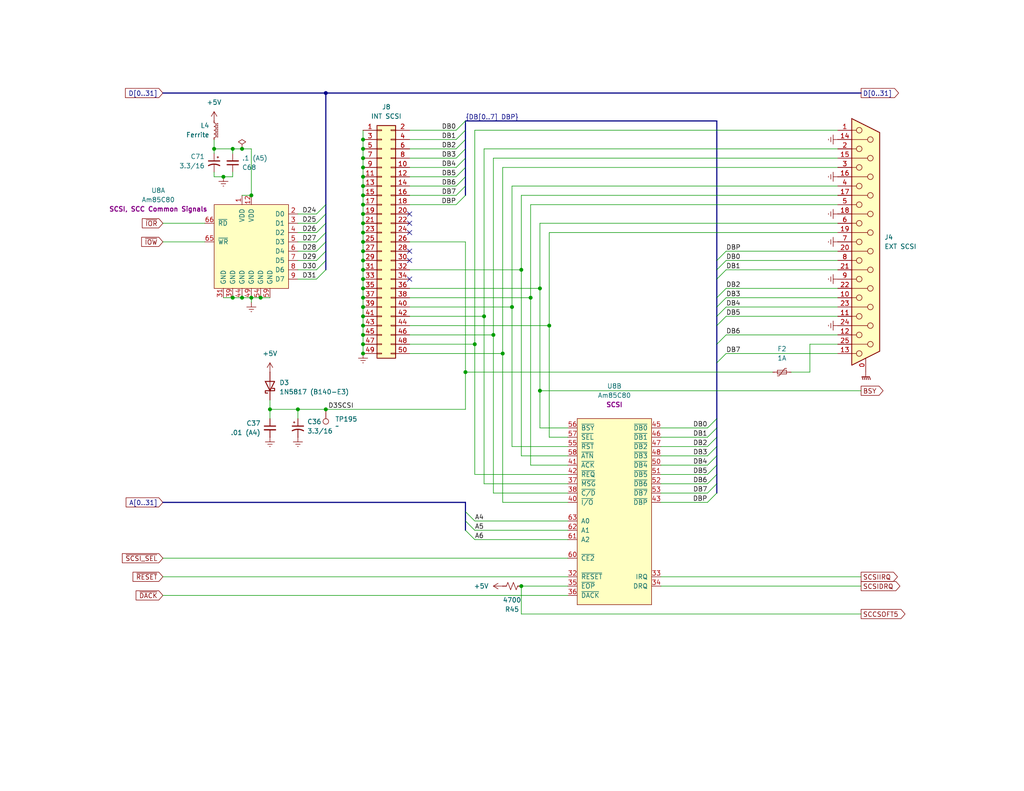
<source format=kicad_sch>
(kicad_sch (version 20250114) (generator "eeschema") (generator_version "9.0")
  (paper "USLetter")
  (title_block (title "Macintosh Classic II Revision B") (date "2025-06-04") (company "Apple Computer") (comment 1 "drawn by Bradley Bell"))
  (lib_symbols
    (symbol "Connector:DB25_Socket_MountingHoles" (pin_names (offset 1.016) (hide yes))
      (property "Reference" "J" (at 0 36.83 0))
      (property "Value" "DB25_Socket_MountingHoles" (at 0 34.925 0))
      (symbol "DB25_Socket_MountingHoles_0_1"
        (polyline (pts (xy -3.81 33.655) (xy 3.81 29.845) (xy 3.81 -29.845) (xy -3.81 -33.655) (xy -3.81 33.655)) (stroke (width 0.254)) (fill (type background)))
        (polyline (pts (xy -3.81 30.48) (xy -2.54 30.48)))
        (polyline (pts (xy -3.81 27.94) (xy 0.508 27.94)))
        (polyline (pts (xy -3.81 25.4) (xy -2.54 25.4)))
        (polyline (pts (xy -3.81 22.86) (xy 0.508 22.86)))
        (polyline (pts (xy -3.81 20.32) (xy -2.54 20.32)))
        (polyline (pts (xy -3.81 17.78) (xy 0.508 17.78)))
        (polyline (pts (xy -3.81 15.24) (xy -2.54 15.24)))
        (polyline (pts (xy -3.81 12.7) (xy 0.508 12.7)))
        (polyline (pts (xy -3.81 10.16) (xy -2.54 10.16)))
        (polyline (pts (xy -3.81 7.62) (xy 0.508 7.62)))
        (polyline (pts (xy -3.81 5.08) (xy -2.54 5.08)))
        (polyline (pts (xy -3.81 2.54) (xy 0.508 2.54)))
        (polyline (pts (xy -3.81 0) (xy -2.54 0)))
        (polyline (pts (xy -3.81 -2.54) (xy 0.508 -2.54)))
        (polyline (pts (xy -3.81 -5.08) (xy -2.54 -5.08)))
        (polyline (pts (xy -3.81 -7.62) (xy 0.508 -7.62)))
        (polyline (pts (xy -3.81 -10.16) (xy -2.54 -10.16)))
        (polyline (pts (xy -3.81 -12.7) (xy 0.508 -12.7)))
        (polyline (pts (xy -3.81 -15.24) (xy -2.54 -15.24)))
        (polyline (pts (xy -3.81 -17.78) (xy 0.508 -17.78)))
        (polyline (pts (xy -3.81 -20.32) (xy -2.54 -20.32)))
        (polyline (pts (xy -3.81 -22.86) (xy 0.508 -22.86)))
        (polyline (pts (xy -3.81 -25.4) (xy -2.54 -25.4)))
        (polyline (pts (xy -3.81 -27.94) (xy 0.508 -27.94)))
        (polyline (pts (xy -3.81 -30.48) (xy -2.54 -30.48)))
        (circle (center -1.778 30.48) (radius 0.762))
        (circle (center -1.778 25.4) (radius 0.762))
        (circle (center -1.778 20.32) (radius 0.762))
        (circle (center -1.778 15.24) (radius 0.762))
        (circle (center -1.778 10.16) (radius 0.762))
        (circle (center -1.778 5.08) (radius 0.762))
        (circle (center -1.778 0) (radius 0.762))
        (circle (center -1.778 -5.08) (radius 0.762))
        (circle (center -1.778 -10.16) (radius 0.762))
        (circle (center -1.778 -15.24) (radius 0.762))
        (circle (center -1.778 -20.32) (radius 0.762))
        (circle (center -1.778 -25.4) (radius 0.762))
        (circle (center -1.778 -30.48) (radius 0.762))
        (circle (center 1.27 27.94) (radius 0.762))
        (circle (center 1.27 22.86) (radius 0.762))
        (circle (center 1.27 17.78) (radius 0.762))
        (circle (center 1.27 12.7) (radius 0.762))
        (circle (center 1.27 7.62) (radius 0.762))
        (circle (center 1.27 2.54) (radius 0.762))
        (circle (center 1.27 -2.54) (radius 0.762))
        (circle (center 1.27 -7.62) (radius 0.762))
        (circle (center 1.27 -12.7) (radius 0.762))
        (circle (center 1.27 -17.78) (radius 0.762))
        (circle (center 1.27 -22.86) (radius 0.762))
        (circle (center 1.27 -27.94) (radius 0.762))
      )
      (symbol "DB25_Socket_MountingHoles_1_1"
        (pin passive line (at -7.62 30.48 0) (length 3.81) (name "1") (number "1"))
        (pin passive line (at -7.62 27.94 0) (length 3.81) (name "P14") (number "14"))
        (pin passive line (at -7.62 25.4 0) (length 3.81) (name "2") (number "2"))
        (pin passive line (at -7.62 22.86 0) (length 3.81) (name "P15") (number "15"))
        (pin passive line (at -7.62 20.32 0) (length 3.81) (name "3") (number "3"))
        (pin passive line (at -7.62 17.78 0) (length 3.81) (name "P16") (number "16"))
        (pin passive line (at -7.62 15.24 0) (length 3.81) (name "4") (number "4"))
        (pin passive line (at -7.62 12.7 0) (length 3.81) (name "P17") (number "17"))
        (pin passive line (at -7.62 10.16 0) (length 3.81) (name "5") (number "5"))
        (pin passive line (at -7.62 7.62 0) (length 3.81) (name "P18") (number "18"))
        (pin passive line (at -7.62 5.08 0) (length 3.81) (name "6") (number "6"))
        (pin passive line (at -7.62 2.54 0) (length 3.81) (name "P19") (number "19"))
        (pin passive line (at -7.62 0 0) (length 3.81) (name "7") (number "7"))
        (pin passive line (at -7.62 -2.54 0) (length 3.81) (name "P20") (number "20"))
        (pin passive line (at -7.62 -5.08 0) (length 3.81) (name "8") (number "8"))
        (pin passive line (at -7.62 -7.62 0) (length 3.81) (name "P21") (number "21"))
        (pin passive line (at -7.62 -10.16 0) (length 3.81) (name "9") (number "9"))
        (pin passive line (at -7.62 -12.7 0) (length 3.81) (name "P22") (number "22"))
        (pin passive line (at -7.62 -15.24 0) (length 3.81) (name "10") (number "10"))
        (pin passive line (at -7.62 -17.78 0) (length 3.81) (name "P23") (number "23"))
        (pin passive line (at -7.62 -20.32 0) (length 3.81) (name "11") (number "11"))
        (pin passive line (at -7.62 -22.86 0) (length 3.81) (name "P24") (number "24"))
        (pin passive line (at -7.62 -25.4 0) (length 3.81) (name "12") (number "12"))
        (pin passive line (at -7.62 -27.94 0) (length 3.81) (name "P25") (number "25"))
        (pin passive line (at -7.62 -30.48 0) (length 3.81) (name "13") (number "13"))
        (pin passive line (at 0 -35.56 90) (length 3.81) (name "PAD") (number "0"))
      )
    )
    (symbol "Connector:TestPoint" (pin_numbers (hide yes)) (pin_names (offset 0.762) (hide yes))
      (property "Reference" "TP" (at 0 6.858 0))
      (property "Value" "TestPoint" (at 0 5.08 0))
      (symbol "TestPoint_0_1"
        (circle (center 0 3.302) (radius 0.762))
      )
      (symbol "TestPoint_1_1"
        (pin passive line (at 0 0 90) (length 2.54) (name "1") (number "1"))
      )
    )
    (symbol "Connector_Generic:Conn_02x25_Odd_Even" (pin_names (offset 1.016) (hide yes))
      (property "Reference" "J" (at 1.27 33.02 0))
      (property "Value" "Conn_02x25_Odd_Even" (at 1.27 -33.02 0))
      (symbol "Conn_02x25_Odd_Even_1_1"
        (rectangle (start -1.27 31.75) (end 3.81 -31.75) (stroke (width 0.254)) (fill (type background)))
        (rectangle (start -1.27 30.607) (end 0 30.353) (stroke (width 0.1524)))
        (rectangle (start -1.27 28.067) (end 0 27.813) (stroke (width 0.1524)))
        (rectangle (start -1.27 25.527) (end 0 25.273) (stroke (width 0.1524)))
        (rectangle (start -1.27 22.987) (end 0 22.733) (stroke (width 0.1524)))
        (rectangle (start -1.27 20.447) (end 0 20.193) (stroke (width 0.1524)))
        (rectangle (start -1.27 17.907) (end 0 17.653) (stroke (width 0.1524)))
        (rectangle (start -1.27 15.367) (end 0 15.113) (stroke (width 0.1524)))
        (rectangle (start -1.27 12.827) (end 0 12.573) (stroke (width 0.1524)))
        (rectangle (start -1.27 10.287) (end 0 10.033) (stroke (width 0.1524)))
        (rectangle (start -1.27 7.747) (end 0 7.493) (stroke (width 0.1524)))
        (rectangle (start -1.27 5.207) (end 0 4.953) (stroke (width 0.1524)))
        (rectangle (start -1.27 2.667) (end 0 2.413) (stroke (width 0.1524)))
        (rectangle (start -1.27 0.127) (end 0 -0.127) (stroke (width 0.1524)))
        (rectangle (start -1.27 -2.413) (end 0 -2.667) (stroke (width 0.1524)))
        (rectangle (start -1.27 -4.953) (end 0 -5.207) (stroke (width 0.1524)))
        (rectangle (start -1.27 -7.493) (end 0 -7.747) (stroke (width 0.1524)))
        (rectangle (start -1.27 -10.033) (end 0 -10.287) (stroke (width 0.1524)))
        (rectangle (start -1.27 -12.573) (end 0 -12.827) (stroke (width 0.1524)))
        (rectangle (start -1.27 -15.113) (end 0 -15.367) (stroke (width 0.1524)))
        (rectangle (start -1.27 -17.653) (end 0 -17.907) (stroke (width 0.1524)))
        (rectangle (start -1.27 -20.193) (end 0 -20.447) (stroke (width 0.1524)))
        (rectangle (start -1.27 -22.733) (end 0 -22.987) (stroke (width 0.1524)))
        (rectangle (start -1.27 -25.273) (end 0 -25.527) (stroke (width 0.1524)))
        (rectangle (start -1.27 -27.813) (end 0 -28.067) (stroke (width 0.1524)))
        (rectangle (start -1.27 -30.353) (end 0 -30.607) (stroke (width 0.1524)))
        (rectangle (start 3.81 30.607) (end 2.54 30.353) (stroke (width 0.1524)))
        (rectangle (start 3.81 28.067) (end 2.54 27.813) (stroke (width 0.1524)))
        (rectangle (start 3.81 25.527) (end 2.54 25.273) (stroke (width 0.1524)))
        (rectangle (start 3.81 22.987) (end 2.54 22.733) (stroke (width 0.1524)))
        (rectangle (start 3.81 20.447) (end 2.54 20.193) (stroke (width 0.1524)))
        (rectangle (start 3.81 17.907) (end 2.54 17.653) (stroke (width 0.1524)))
        (rectangle (start 3.81 15.367) (end 2.54 15.113) (stroke (width 0.1524)))
        (rectangle (start 3.81 12.827) (end 2.54 12.573) (stroke (width 0.1524)))
        (rectangle (start 3.81 10.287) (end 2.54 10.033) (stroke (width 0.1524)))
        (rectangle (start 3.81 7.747) (end 2.54 7.493) (stroke (width 0.1524)))
        (rectangle (start 3.81 5.207) (end 2.54 4.953) (stroke (width 0.1524)))
        (rectangle (start 3.81 2.667) (end 2.54 2.413) (stroke (width 0.1524)))
        (rectangle (start 3.81 0.127) (end 2.54 -0.127) (stroke (width 0.1524)))
        (rectangle (start 3.81 -2.413) (end 2.54 -2.667) (stroke (width 0.1524)))
        (rectangle (start 3.81 -4.953) (end 2.54 -5.207) (stroke (width 0.1524)))
        (rectangle (start 3.81 -7.493) (end 2.54 -7.747) (stroke (width 0.1524)))
        (rectangle (start 3.81 -10.033) (end 2.54 -10.287) (stroke (width 0.1524)))
        (rectangle (start 3.81 -12.573) (end 2.54 -12.827) (stroke (width 0.1524)))
        (rectangle (start 3.81 -15.113) (end 2.54 -15.367) (stroke (width 0.1524)))
        (rectangle (start 3.81 -17.653) (end 2.54 -17.907) (stroke (width 0.1524)))
        (rectangle (start 3.81 -20.193) (end 2.54 -20.447) (stroke (width 0.1524)))
        (rectangle (start 3.81 -22.733) (end 2.54 -22.987) (stroke (width 0.1524)))
        (rectangle (start 3.81 -25.273) (end 2.54 -25.527) (stroke (width 0.1524)))
        (rectangle (start 3.81 -27.813) (end 2.54 -28.067) (stroke (width 0.1524)))
        (rectangle (start 3.81 -30.353) (end 2.54 -30.607) (stroke (width 0.1524)))
        (pin passive line (at -5.08 30.48 0) (length 3.81) (name "Pin_1") (number "1"))
        (pin passive line (at -5.08 27.94 0) (length 3.81) (name "Pin_3") (number "3"))
        (pin passive line (at -5.08 25.4 0) (length 3.81) (name "Pin_5") (number "5"))
        (pin passive line (at -5.08 22.86 0) (length 3.81) (name "Pin_7") (number "7"))
        (pin passive line (at -5.08 20.32 0) (length 3.81) (name "Pin_9") (number "9"))
        (pin passive line (at -5.08 17.78 0) (length 3.81) (name "Pin_11") (number "11"))
        (pin passive line (at -5.08 15.24 0) (length 3.81) (name "Pin_13") (number "13"))
        (pin passive line (at -5.08 12.7 0) (length 3.81) (name "Pin_15") (number "15"))
        (pin passive line (at -5.08 10.16 0) (length 3.81) (name "Pin_17") (number "17"))
        (pin passive line (at -5.08 7.62 0) (length 3.81) (name "Pin_19") (number "19"))
        (pin passive line (at -5.08 5.08 0) (length 3.81) (name "Pin_21") (number "21"))
        (pin passive line (at -5.08 2.54 0) (length 3.81) (name "Pin_23") (number "23"))
        (pin passive line (at -5.08 0 0) (length 3.81) (name "Pin_25") (number "25"))
        (pin passive line (at -5.08 -2.54 0) (length 3.81) (name "Pin_27") (number "27"))
        (pin passive line (at -5.08 -5.08 0) (length 3.81) (name "Pin_29") (number "29"))
        (pin passive line (at -5.08 -7.62 0) (length 3.81) (name "Pin_31") (number "31"))
        (pin passive line (at -5.08 -10.16 0) (length 3.81) (name "Pin_33") (number "33"))
        (pin passive line (at -5.08 -12.7 0) (length 3.81) (name "Pin_35") (number "35"))
        (pin passive line (at -5.08 -15.24 0) (length 3.81) (name "Pin_37") (number "37"))
        (pin passive line (at -5.08 -17.78 0) (length 3.81) (name "Pin_39") (number "39"))
        (pin passive line (at -5.08 -20.32 0) (length 3.81) (name "Pin_41") (number "41"))
        (pin passive line (at -5.08 -22.86 0) (length 3.81) (name "Pin_43") (number "43"))
        (pin passive line (at -5.08 -25.4 0) (length 3.81) (name "Pin_45") (number "45"))
        (pin passive line (at -5.08 -27.94 0) (length 3.81) (name "Pin_47") (number "47"))
        (pin passive line (at -5.08 -30.48 0) (length 3.81) (name "Pin_49") (number "49"))
        (pin passive line (at 7.62 30.48 180) (length 3.81) (name "Pin_2") (number "2"))
        (pin passive line (at 7.62 27.94 180) (length 3.81) (name "Pin_4") (number "4"))
        (pin passive line (at 7.62 25.4 180) (length 3.81) (name "Pin_6") (number "6"))
        (pin passive line (at 7.62 22.86 180) (length 3.81) (name "Pin_8") (number "8"))
        (pin passive line (at 7.62 20.32 180) (length 3.81) (name "Pin_10") (number "10"))
        (pin passive line (at 7.62 17.78 180) (length 3.81) (name "Pin_12") (number "12"))
        (pin passive line (at 7.62 15.24 180) (length 3.81) (name "Pin_14") (number "14"))
        (pin passive line (at 7.62 12.7 180) (length 3.81) (name "Pin_16") (number "16"))
        (pin passive line (at 7.62 10.16 180) (length 3.81) (name "Pin_18") (number "18"))
        (pin passive line (at 7.62 7.62 180) (length 3.81) (name "Pin_20") (number "20"))
        (pin passive line (at 7.62 5.08 180) (length 3.81) (name "Pin_22") (number "22"))
        (pin passive line (at 7.62 2.54 180) (length 3.81) (name "Pin_24") (number "24"))
        (pin passive line (at 7.62 0 180) (length 3.81) (name "Pin_26") (number "26"))
        (pin passive line (at 7.62 -2.54 180) (length 3.81) (name "Pin_28") (number "28"))
        (pin passive line (at 7.62 -5.08 180) (length 3.81) (name "Pin_30") (number "30"))
        (pin passive line (at 7.62 -7.62 180) (length 3.81) (name "Pin_32") (number "32"))
        (pin passive line (at 7.62 -10.16 180) (length 3.81) (name "Pin_34") (number "34"))
        (pin passive line (at 7.62 -12.7 180) (length 3.81) (name "Pin_36") (number "36"))
        (pin passive line (at 7.62 -15.24 180) (length 3.81) (name "Pin_38") (number "38"))
        (pin passive line (at 7.62 -17.78 180) (length 3.81) (name "Pin_40") (number "40"))
        (pin passive line (at 7.62 -20.32 180) (length 3.81) (name "Pin_42") (number "42"))
        (pin passive line (at 7.62 -22.86 180) (length 3.81) (name "Pin_44") (number "44"))
        (pin passive line (at 7.62 -25.4 180) (length 3.81) (name "Pin_46") (number "46"))
        (pin passive line (at 7.62 -27.94 180) (length 3.81) (name "Pin_48") (number "48"))
        (pin passive line (at 7.62 -30.48 180) (length 3.81) (name "Pin_50") (number "50"))
      )
    )
    (symbol "Device:C_Polarized_Small_US" (pin_numbers (hide yes)) (pin_names (offset 0.254) (hide yes))
      (property "Reference" "C" (at 0.254 1.778 0))
      (property "Value" "C_Polarized_Small_US" (at 0.254 -2.032 0))
      (symbol "C_Polarized_Small_US_0_1"
        (polyline (pts (xy -1.524 0.508) (xy 1.524 0.508)) (stroke (width 0.3048)))
        (polyline (pts (xy -1.27 1.524) (xy -0.762 1.524)))
        (polyline (pts (xy -1.016 1.27) (xy -1.016 1.778)))
        (arc (start -1.524 -0.762) (mid 0 -0.3734) (end 1.524 -0.762) (stroke (width 0.3048)))
      )
      (symbol "C_Polarized_Small_US_1_1"
        (pin passive line (at 0 2.54 270) (length 2.032) (name "~") (number "1"))
        (pin passive line (at 0 -2.54 90) (length 2.032) (name "~") (number "2"))
      )
    )
    (symbol "Device:C_Small" (pin_numbers (hide yes)) (pin_names (offset 0.254) (hide yes))
      (property "Reference" "C" (at 0.254 1.778 0))
      (property "Value" "C_Small" (at 0.254 -2.032 0))
      (symbol "C_Small_0_1"
        (polyline (pts (xy -1.524 0.508) (xy 1.524 0.508)) (stroke (width 0.3048)))
        (polyline (pts (xy -1.524 -0.508) (xy 1.524 -0.508)) (stroke (width 0.3302)))
      )
      (symbol "C_Small_1_1"
        (pin passive line (at 0 2.54 270) (length 2.032) (name "~") (number "1"))
        (pin passive line (at 0 -2.54 90) (length 2.032) (name "~") (number "2"))
      )
    )
    (symbol "Device:L_Ferrite_Small" (pin_numbers (hide yes)) (pin_names (offset 0.254) (hide yes))
      (property "Reference" "L" (at 1.27 1.016 0))
      (property "Value" "L_Ferrite_Small" (at 1.27 -1.27 0))
      (symbol "L_Ferrite_Small_0_1"
        (arc (start 0 2.032) (mid 0.5058 1.524) (end 0 1.016))
        (arc (start 0 1.016) (mid 0.5058 0.508) (end 0 0))
        (arc (start 0 0) (mid 0.5058 -0.508) (end 0 -1.016))
        (arc (start 0 -1.016) (mid 0.5058 -1.524) (end 0 -2.032))
        (polyline (pts (xy 0.762 1.651) (xy 0.762 1.905)))
        (polyline (pts (xy 0.762 1.143) (xy 0.762 1.397)))
        (polyline (pts (xy 0.762 0.635) (xy 0.762 0.889)))
        (polyline (pts (xy 0.762 0.127) (xy 0.762 0.381)))
        (polyline (pts (xy 0.762 -0.381) (xy 0.762 -0.127)))
        (polyline (pts (xy 0.762 -0.889) (xy 0.762 -0.635)))
        (polyline (pts (xy 0.762 -1.397) (xy 0.762 -1.143)))
        (polyline (pts (xy 0.762 -1.905) (xy 0.762 -1.651)))
        (polyline (pts (xy 1.016 1.905) (xy 1.016 1.651)))
        (polyline (pts (xy 1.016 1.397) (xy 1.016 1.143)))
        (polyline (pts (xy 1.016 0.889) (xy 1.016 0.635)))
        (polyline (pts (xy 1.016 0.381) (xy 1.016 0.127)))
        (polyline (pts (xy 1.016 -0.127) (xy 1.016 -0.381)))
        (polyline (pts (xy 1.016 -0.635) (xy 1.016 -0.889)))
        (polyline (pts (xy 1.016 -1.143) (xy 1.016 -1.397)))
        (polyline (pts (xy 1.016 -1.651) (xy 1.016 -1.905)))
      )
      (symbol "L_Ferrite_Small_1_1"
        (pin passive line (at 0 2.54 270) (length 0.508) (name "~") (number "1"))
        (pin passive line (at 0 -2.54 90) (length 0.508) (name "~") (number "2"))
      )
    )
    (symbol "Device:Polyfuse_Small" (pin_numbers (hide yes)) (pin_names (offset 0))
      (property "Reference" "F" (at -1.905 0 90))
      (property "Value" "Polyfuse_Small" (at 1.905 0 90))
      (symbol "Polyfuse_Small_0_1"
        (polyline (pts (xy -1.016 1.27) (xy -1.016 0.762) (xy 1.016 -0.762) (xy 1.016 -1.27)))
        (rectangle (start -0.508 1.27) (end 0.508 -1.27))
        (polyline (pts (xy 0 2.54) (xy 0 -2.54)))
      )
      (symbol "Polyfuse_Small_1_1"
        (pin passive line (at 0 2.54 270) (length 0.635) (name "~") (number "1"))
        (pin passive line (at 0 -2.54 90) (length 0.635) (name "~") (number "2"))
      )
    )
    (symbol "Device:R_Small_US" (pin_numbers (hide yes)) (pin_names (offset 0.254) (hide yes))
      (property "Reference" "R" (at 0.762 0.508 0))
      (property "Value" "R_Small_US" (at 0.762 -1.016 0))
      (symbol "R_Small_US_1_1"
        (polyline (pts (xy 0 1.524) (xy 1.016 1.143) (xy 0 0.762) (xy -1.016 0.381) (xy 0 0)))
        (polyline (pts (xy 0 0) (xy 1.016 -0.381) (xy 0 -0.762) (xy -1.016 -1.143) (xy 0 -1.524)))
        (pin passive line (at 0 2.54 270) (length 1.016) (name "~") (number "1"))
        (pin passive line (at 0 -2.54 90) (length 1.016) (name "~") (number "2"))
      )
    )
    (symbol "Diode:B140-E3" (pin_numbers (hide yes)) (pin_names (hide yes))
      (property "Reference" "D" (at 0 2.54 0))
      (property "Value" "B140-E3" (at 0 -2.54 0))
      (symbol "B140-E3_0_1"
        (polyline (pts (xy -1.905 0.635) (xy -1.905 1.27) (xy -1.27 1.27) (xy -1.27 -1.27) (xy -0.635 -1.27) (xy -0.635 -0.635)) (stroke (width 0.254)))
        (polyline (pts (xy 1.27 1.27) (xy 1.27 -1.27) (xy -1.27 0) (xy 1.27 1.27)) (stroke (width 0.254)))
        (polyline (pts (xy 1.27 0) (xy -1.27 0)))
      )
      (symbol "B140-E3_1_1"
        (pin passive line (at -3.81 0 0) (length 2.54) (name "K") (number "1"))
        (pin passive line (at 3.81 0 180) (length 2.54) (name "A") (number "2"))
      )
    )
    (symbol "MyInterface:Am85C80" (pin_names (offset 1.016))
      (property "Reference" "U" (at -8.89 26.924 0))
      (property "Value" "Am85C80" (at 11.684 26.924 0))
      (symbol "Am85C80_1_1"
        (rectangle (start -10.16 12.7) (end 10.16 -10.16) (fill (type background)))
        (pin input line (at -12.7 7.62 0) (length 2.54) (name "~{RD}") (number "66"))
        (pin input line (at -12.7 2.54 0) (length 2.54) (name "~{WR}") (number "65"))
        (pin power_in line (at -7.62 -12.7 90) (length 2.54) (name "GND") (number "31"))
        (pin power_in line (at -5.08 -12.7 90) (length 2.54) (name "GND") (number "39"))
        (pin power_in line (at -2.54 15.24 270) (length 2.54) (name "VDD") (number "1"))
        (pin power_in line (at -2.54 -12.7 90) (length 2.54) (name "GND") (number "44"))
        (pin power_in line (at 0 15.24 270) (length 2.54) (name "VDD") (number "12"))
        (pin power_in line (at 0 -12.7 90) (length 2.54) (name "GND") (number "49"))
        (pin power_in line (at 2.54 -12.7 90) (length 2.54) (name "GND") (number "54"))
        (pin power_in line (at 5.08 -12.7 90) (length 2.54) (name "GND") (number "59"))
        (pin bidirectional line (at 12.7 10.16 180) (length 2.54) (name "D0") (number "2"))
        (pin bidirectional line (at 12.7 7.62 180) (length 2.54) (name "D1") (number "3"))
        (pin bidirectional line (at 12.7 5.08 180) (length 2.54) (name "D2") (number "4"))
        (pin bidirectional line (at 12.7 2.54 180) (length 2.54) (name "D3") (number "5"))
        (pin bidirectional line (at 12.7 0 180) (length 2.54) (name "D4") (number "6"))
        (pin bidirectional line (at 12.7 -2.54 180) (length 2.54) (name "D5") (number "7"))
        (pin bidirectional line (at 12.7 -5.08 180) (length 2.54) (name "D6") (number "8"))
        (pin bidirectional line (at 12.7 -7.62 180) (length 2.54) (name "D7") (number "9"))
      )
      (symbol "Am85C80_2_1"
        (rectangle (start -10.16 25.4) (end 10.16 -25.4) (fill (type background)))
        (pin bidirectional line (at -12.7 22.86 0) (length 2.54) (name "~{BSY}") (number "56"))
        (pin bidirectional line (at -12.7 20.32 0) (length 2.54) (name "~{SEL}") (number "57"))
        (pin bidirectional line (at -12.7 17.78 0) (length 2.54) (name "~{RST}") (number "55"))
        (pin bidirectional line (at -12.7 15.24 0) (length 2.54) (name "~{ATN}") (number "58"))
        (pin bidirectional line (at -12.7 12.7 0) (length 2.54) (name "~{ACK}") (number "41"))
        (pin bidirectional line (at -12.7 10.16 0) (length 2.54) (name "~{REQ}") (number "42"))
        (pin bidirectional line (at -12.7 7.62 0) (length 2.54) (name "~{MSG}") (number "37"))
        (pin bidirectional line (at -12.7 5.08 0) (length 2.54) (name "~{C/D}") (number "38"))
        (pin bidirectional line (at -12.7 2.54 0) (length 2.54) (name "~{I/O}") (number "40"))
        (pin input line (at -12.7 -2.54 0) (length 2.54) (name "A0") (number "63"))
        (pin input line (at -12.7 -5.08 0) (length 2.54) (name "A1") (number "62"))
        (pin input line (at -12.7 -7.62 0) (length 2.54) (name "A2") (number "61"))
        (pin input line (at -12.7 -12.7 0) (length 2.54) (name "~{CE2}") (number "60"))
        (pin input line (at -12.7 -17.78 0) (length 2.54) (name "~{RESET}") (number "32"))
        (pin input line (at -12.7 -20.32 0) (length 2.54) (name "~{EOP}") (number "35"))
        (pin input line (at -12.7 -22.86 0) (length 2.54) (name "~{DACK}") (number "36"))
        (pin bidirectional line (at 12.7 22.86 180) (length 2.54) (name "~{DB0}") (number "45"))
        (pin bidirectional line (at 12.7 20.32 180) (length 2.54) (name "~{DB1}") (number "46"))
        (pin bidirectional line (at 12.7 17.78 180) (length 2.54) (name "~{DB2}") (number "47"))
        (pin bidirectional line (at 12.7 15.24 180) (length 2.54) (name "~{DB3}") (number "48"))
        (pin bidirectional line (at 12.7 12.7 180) (length 2.54) (name "~{DB4}") (number "50"))
        (pin bidirectional line (at 12.7 10.16 180) (length 2.54) (name "~{DB5}") (number "51"))
        (pin bidirectional line (at 12.7 7.62 180) (length 2.54) (name "~{DB6}") (number "52"))
        (pin bidirectional line (at 12.7 5.08 180) (length 2.54) (name "~{DB7}") (number "53"))
        (pin bidirectional line (at 12.7 2.54 180) (length 2.54) (name "~{DBP}") (number "43"))
        (pin output line (at 12.7 -17.78 180) (length 2.54) (name "IRQ") (number "33"))
        (pin output line (at 12.7 -20.32 180) (length 2.54) (name "DRQ") (number "34"))
      )
      (symbol "Am85C80_3_1"
        (rectangle (start -10.16 20.32) (end 10.16 -20.32) (stroke (width 0.254)) (fill (type background)))
        (pin input line (at -12.7 17.78 0) (length 2.54) (name "RxDA") (number "16"))
        (pin input line (at -12.7 15.24 0) (length 2.54) (name "~{RTxCA}") (number "15"))
        (pin input line (at -12.7 12.7 0) (length 2.54) (name "~{DCDA}") (number "21"))
        (pin bidirectional line (at -12.7 7.62 0) (length 2.54) (name "~{SYNCA}") (number "14"))
        (pin input line (at -12.7 2.54 0) (length 2.54) (name "RxDB") (number "28"))
        (pin input line (at -12.7 0 0) (length 2.54) (name "~{RTxCB}") (number "29"))
        (pin input line (at -12.7 -2.54 0) (length 2.54) (name "~{DCDB}") (number "23"))
        (pin input line (at -12.7 -7.62 0) (length 2.54) (name "A/~{B}") (number "68"))
        (pin input line (at -12.7 -10.16 0) (length 2.54) (name "D/~{C}") (number "67"))
        (pin input line (at -12.7 -12.7 0) (length 2.54) (name "~{CE1}") (number "64"))
        (pin input clock (at -12.7 -15.24 0) (length 2.54) (name "PCLK") (number "22"))
        (pin input line (at -12.7 -17.78 0) (length 2.54) (name "~{INTACK}") (number "11"))
        (pin output line (at 12.7 17.78 180) (length 2.54) (name "TxDA") (number "18"))
        (pin bidirectional line (at 12.7 15.24 180) (length 2.54) (name "~{TRxCA}") (number "17"))
        (pin open_collector line (at 12.7 12.7 180) (length 2.54) (name "~{W/REQA}") (number "13"))
        (pin output line (at 12.7 10.16 180) (length 2.54) (name "~{DTR/REQA}") (number "19"))
        (pin output line (at 12.7 7.62 180) (length 2.54) (name "~{RTSA}") (number "20"))
        (pin output line (at 12.7 2.54 180) (length 2.54) (name "TxDB") (number "26"))
        (pin bidirectional line (at 12.7 0 180) (length 2.54) (name "~{TRxCB}") (number "27"))
        (pin open_collector line (at 12.7 -2.54 180) (length 2.54) (name "~{W/REQB}") (number "30"))
        (pin output line (at 12.7 -5.08 180) (length 2.54) (name "~{DTR/REQB}") (number "25"))
        (pin output line (at 12.7 -7.62 180) (length 2.54) (name "~{RTSB}") (number "24"))
        (pin open_collector line (at 12.7 -17.78 180) (length 2.54) (name "~{INT}") (number "10"))
      )
    )
    (symbol "power:+5V" (power) (pin_numbers (hide yes)) (pin_names (offset 0) (hide yes))
      (property "Value" "+5V" (at 0 3.556 0))
      (symbol "+5V_0_1"
        (polyline (pts (xy -0.762 1.27) (xy 0 2.54)))
        (polyline (pts (xy 0 2.54) (xy 0.762 1.27)))
        (polyline (pts (xy 0 0) (xy 0 2.54)))
      )
      (symbol "+5V_1_1"
        (pin power_in line (at 0 0 90) (length 0) (name "~") (number "1"))
      )
    )
    (symbol "power:GNDPWR" (power) (pin_numbers (hide yes)) (pin_names (offset 0) (hide yes))
      (property "Value" "GNDPWR" (at 0 -3.302 0))
      (symbol "GNDPWR_0_1"
        (polyline (pts (xy -1.016 -1.27) (xy -1.27 -2.032) (xy -1.27 -2.032)) (stroke (width 0.2032)))
        (polyline (pts (xy -0.508 -1.27) (xy -0.762 -2.032) (xy -0.762 -2.032)) (stroke (width 0.2032)))
        (polyline (pts (xy 0 -1.27) (xy 0 0)))
        (polyline (pts (xy 0 -1.27) (xy -0.254 -2.032) (xy -0.254 -2.032)) (stroke (width 0.2032)))
        (polyline (pts (xy 0.508 -1.27) (xy 0.254 -2.032) (xy 0.254 -2.032)) (stroke (width 0.2032)))
        (polyline (pts (xy 1.016 -1.27) (xy -1.016 -1.27) (xy -1.016 -1.27)) (stroke (width 0.2032)))
        (polyline (pts (xy 1.016 -1.27) (xy 0.762 -2.032) (xy 0.762 -2.032) (xy 0.762 -2.032)) (stroke (width 0.2032)))
      )
      (symbol "GNDPWR_1_1"
        (pin power_in line (at 0 0 270) (length 0) (name "~") (number "1"))
      )
    )
    (symbol "power:GNDREF" (power) (pin_numbers (hide yes)) (pin_names (offset 0) (hide yes))
      (property "Value" "GNDREF" (at 0 -3.81 0))
      (symbol "GNDREF_0_1"
        (polyline (pts (xy -0.635 -1.905) (xy 0.635 -1.905)))
        (polyline (pts (xy -0.127 -2.54) (xy 0.127 -2.54)))
        (polyline (pts (xy 0 -1.27) (xy 0 0)))
        (polyline (pts (xy 1.27 -1.27) (xy -1.27 -1.27)))
      )
      (symbol "GNDREF_1_1"
        (pin power_in line (at 0 0 270) (length 0) (name "~") (number "1"))
      )
    )
    (symbol "power:PWR_FLAG" (power) (pin_numbers (hide yes)) (pin_names (offset 0) (hide yes))
      (property "Value" "PWR_FLAG" (at 0 3.81 0))
      (symbol "PWR_FLAG_0_0"
        (pin power_out line (at 0 0 90) (length 0) (name "~") (number "1"))
      )
      (symbol "PWR_FLAG_0_1"
        (polyline (pts (xy 0 0) (xy 0 1.27) (xy -1.016 1.905) (xy 0 2.54) (xy 1.016 1.905) (xy 0 1.27)))
      )
    )
  )
  (junction (at 99.06 96.52))
  (junction (at 71.12 81.28))
  (junction (at 68.58 81.28))
  (junction (at 139.7 83.82))
  (junction (at 99.06 73.66))
  (junction (at 137.16 96.52))
  (junction (at 99.06 63.5))
  (junction (at 99.06 81.28))
  (junction (at 99.06 86.36))
  (junction (at 99.06 40.64))
  (junction (at 99.06 60.96))
  (junction (at 58.42 40.64))
  (junction (at 147.32 78.74))
  (junction (at 63.5 81.28))
  (junction (at 99.06 71.12))
  (junction (at 132.08 86.36))
  (junction (at 99.06 38.1))
  (junction (at 63.5 40.64))
  (junction (at 88.9 111.76))
  (junction (at 99.06 43.18))
  (junction (at 127 101.6))
  (junction (at 66.04 81.28))
  (junction (at 99.06 58.42))
  (junction (at 99.06 66.04))
  (junction (at 134.62 91.44))
  (junction (at 99.06 55.88))
  (junction (at 129.54 93.98))
  (junction (at 99.06 83.82))
  (junction (at 68.58 53.34))
  (junction (at 142.24 160.02))
  (junction (at 99.06 53.34))
  (junction (at 99.06 91.44))
  (junction (at 60.96 48.26))
  (junction (at 99.06 45.72))
  (junction (at 66.04 40.64))
  (junction (at 99.06 76.2))
  (junction (at 99.06 88.9))
  (junction (at 73.66 111.76))
  (junction (at 81.28 111.76))
  (junction (at 99.06 68.58))
  (junction (at 147.32 106.68))
  (junction (at 99.06 50.8))
  (junction (at 99.06 48.26))
  (junction (at 99.06 78.74))
  (junction (at 88.9 25.4))
  (junction (at 144.78 81.28))
  (junction (at 142.24 73.66))
  (junction (at 99.06 93.98))
  (junction (at 149.86 88.9))
  (no_connect (at 111.76 68.58))
  (no_connect (at 111.76 58.42))
  (no_connect (at 111.76 63.5))
  (no_connect (at 111.76 60.96))
  (no_connect (at 111.76 76.2))
  (no_connect (at 111.76 71.12))
  (bus_entry (at 124.46 35.56) (size 2.54 -2.54))
  (bus_entry (at 193.04 121.92) (size 2.54 -2.54))
  (bus_entry (at 86.36 66.04) (size 2.54 -2.54))
  (bus_entry (at 195.58 71.12) (size 2.54 -2.54))
  (bus_entry (at 193.04 129.54) (size 2.54 -2.54))
  (bus_entry (at 124.46 43.18) (size 2.54 -2.54))
  (bus_entry (at 124.46 53.34) (size 2.54 -2.54))
  (bus_entry (at 193.04 119.38) (size 2.54 -2.54))
  (bus_entry (at 124.46 55.88) (size 2.54 -2.54))
  (bus_entry (at 124.46 40.64) (size 2.54 -2.54))
  (bus_entry (at 195.58 81.28) (size 2.54 -2.54))
  (bus_entry (at 193.04 127) (size 2.54 -2.54))
  (bus_entry (at 127 144.78) (size 2.54 2.54))
  (bus_entry (at 195.58 86.36) (size 2.54 -2.54))
  (bus_entry (at 127 142.24) (size 2.54 2.54))
  (bus_entry (at 86.36 71.12) (size 2.54 -2.54))
  (bus_entry (at 195.58 76.2) (size 2.54 -2.54))
  (bus_entry (at 86.36 60.96) (size 2.54 -2.54))
  (bus_entry (at 193.04 124.46) (size 2.54 -2.54))
  (bus_entry (at 195.58 88.9) (size 2.54 -2.54))
  (bus_entry (at 193.04 132.08) (size 2.54 -2.54))
  (bus_entry (at 86.36 73.66) (size 2.54 -2.54))
  (bus_entry (at 195.58 99.06) (size 2.54 -2.54))
  (bus_entry (at 127 139.7) (size 2.54 2.54))
  (bus_entry (at 195.58 73.66) (size 2.54 -2.54))
  (bus_entry (at 86.36 58.42) (size 2.54 -2.54))
  (bus_entry (at 124.46 38.1) (size 2.54 -2.54))
  (bus_entry (at 86.36 68.58) (size 2.54 -2.54))
  (bus_entry (at 124.46 50.8) (size 2.54 -2.54))
  (bus_entry (at 124.46 45.72) (size 2.54 -2.54))
  (bus_entry (at 124.46 48.26) (size 2.54 -2.54))
  (bus_entry (at 86.36 63.5) (size 2.54 -2.54))
  (bus_entry (at 195.58 93.98) (size 2.54 -2.54))
  (bus_entry (at 193.04 116.84) (size 2.54 -2.54))
  (bus_entry (at 86.36 76.2) (size 2.54 -2.54))
  (bus_entry (at 193.04 134.62) (size 2.54 -2.54))
  (bus_entry (at 195.58 83.82) (size 2.54 -2.54))
  (bus_entry (at 193.04 137.16) (size 2.54 -2.54))
  (bus (pts (xy 127 35.56) (xy 127 33.02)))
  (wire (pts (xy 99.06 86.36) (xy 99.06 83.82)))
  (wire (pts (xy 44.45 152.4) (xy 154.94 152.4)))
  (bus (pts (xy 88.9 71.12) (xy 88.9 68.58)))
  (wire (pts (xy 154.94 129.54) (xy 129.54 129.54)))
  (bus (pts (xy 195.58 76.2) (xy 195.58 81.28)))
  (bus (pts (xy 195.58 132.08) (xy 195.58 134.62)))
  (wire (pts (xy 149.86 88.9) (xy 149.86 119.38)))
  (wire (pts (xy 193.04 134.62) (xy 180.34 134.62)))
  (wire (pts (xy 193.04 127) (xy 180.34 127)))
  (bus (pts (xy 195.58 83.82) (xy 195.58 86.36)))
  (wire (pts (xy 111.76 78.74) (xy 147.32 78.74)))
  (wire (pts (xy 132.08 40.64) (xy 228.6 40.64)))
  (wire (pts (xy 198.12 83.82) (xy 228.6 83.82)))
  (wire (pts (xy 99.06 88.9) (xy 99.06 86.36)))
  (wire (pts (xy 234.95 160.02) (xy 180.34 160.02)))
  (wire (pts (xy 81.28 58.42) (xy 86.36 58.42)))
  (wire (pts (xy 99.06 78.74) (xy 99.06 76.2)))
  (wire (pts (xy 81.28 68.58) (xy 86.36 68.58)))
  (wire (pts (xy 81.28 63.5) (xy 86.36 63.5)))
  (bus (pts (xy 127 53.34) (xy 127 50.8)))
  (bus (pts (xy 88.9 66.04) (xy 88.9 63.5)))
  (wire (pts (xy 132.08 86.36) (xy 132.08 132.08)))
  (wire (pts (xy 111.76 81.28) (xy 144.78 81.28)))
  (wire (pts (xy 111.76 53.34) (xy 124.46 53.34)))
  (wire (pts (xy 99.06 40.64) (xy 99.06 38.1)))
  (wire (pts (xy 142.24 73.66) (xy 142.24 124.46)))
  (bus (pts (xy 44.45 137.16) (xy 127 137.16)))
  (bus (pts (xy 195.58 99.06) (xy 195.58 114.3)))
  (wire (pts (xy 99.06 48.26) (xy 99.06 45.72)))
  (bus (pts (xy 195.58 127) (xy 195.58 129.54)))
  (wire (pts (xy 134.62 43.18) (xy 134.62 91.44)))
  (wire (pts (xy 193.04 137.16) (xy 180.34 137.16)))
  (wire (pts (xy 88.9 111.76) (xy 81.28 111.76)))
  (wire (pts (xy 129.54 142.24) (xy 154.94 142.24)))
  (wire (pts (xy 44.45 162.56) (xy 154.94 162.56)))
  (wire (pts (xy 99.06 93.98) (xy 99.06 91.44)))
  (wire (pts (xy 142.24 124.46) (xy 154.94 124.46)))
  (wire (pts (xy 127 101.6) (xy 210.82 101.6)))
  (wire (pts (xy 99.06 68.58) (xy 99.06 66.04)))
  (wire (pts (xy 129.54 129.54) (xy 129.54 93.98)))
  (wire (pts (xy 99.06 91.44) (xy 99.06 88.9)))
  (wire (pts (xy 81.28 76.2) (xy 86.36 76.2)))
  (bus (pts (xy 195.58 88.9) (xy 195.58 93.98)))
  (wire (pts (xy 198.12 68.58) (xy 228.6 68.58)))
  (wire (pts (xy 139.7 50.8) (xy 139.7 83.82)))
  (wire (pts (xy 149.86 63.5) (xy 149.86 88.9)))
  (wire (pts (xy 129.54 147.32) (xy 154.94 147.32)))
  (wire (pts (xy 139.7 50.8) (xy 228.6 50.8)))
  (wire (pts (xy 228.6 43.18) (xy 134.62 43.18)))
  (wire (pts (xy 129.54 144.78) (xy 154.94 144.78)))
  (wire (pts (xy 228.6 63.5) (xy 149.86 63.5)))
  (wire (pts (xy 198.12 96.52) (xy 228.6 96.52)))
  (wire (pts (xy 193.04 119.38) (xy 180.34 119.38)))
  (wire (pts (xy 137.16 45.72) (xy 228.6 45.72)))
  (wire (pts (xy 99.06 96.52) (xy 99.06 93.98)))
  (wire (pts (xy 99.06 63.5) (xy 99.06 60.96)))
  (wire (pts (xy 99.06 83.82) (xy 99.06 81.28)))
  (wire (pts (xy 99.06 71.12) (xy 99.06 68.58)))
  (wire (pts (xy 198.12 78.74) (xy 228.6 78.74)))
  (wire (pts (xy 193.04 116.84) (xy 180.34 116.84)))
  (wire (pts (xy 99.06 76.2) (xy 99.06 73.66)))
  (wire (pts (xy 144.78 81.28) (xy 144.78 55.88)))
  (wire (pts (xy 198.12 86.36) (xy 228.6 86.36)))
  (bus (pts (xy 195.58 121.92) (xy 195.58 124.46)))
  (wire (pts (xy 73.66 111.76) (xy 73.66 109.22)))
  (bus (pts (xy 195.58 129.54) (xy 195.58 132.08)))
  (wire (pts (xy 111.76 93.98) (xy 129.54 93.98)))
  (wire (pts (xy 193.04 124.46) (xy 180.34 124.46)))
  (wire (pts (xy 111.76 35.56) (xy 124.46 35.56)))
  (wire (pts (xy 142.24 73.66) (xy 142.24 53.34)))
  (wire (pts (xy 99.06 38.1) (xy 99.06 35.56)))
  (wire (pts (xy 147.32 78.74) (xy 147.32 60.96)))
  (wire (pts (xy 142.24 160.02) (xy 154.94 160.02)))
  (bus (pts (xy 195.58 124.46) (xy 195.58 127)))
  (wire (pts (xy 58.42 40.64) (xy 63.5 40.64)))
  (wire (pts (xy 81.28 73.66) (xy 86.36 73.66)))
  (wire (pts (xy 73.66 81.28) (xy 71.12 81.28)))
  (wire (pts (xy 111.76 50.8) (xy 124.46 50.8)))
  (wire (pts (xy 139.7 121.92) (xy 139.7 83.82)))
  (wire (pts (xy 44.45 66.04) (xy 55.88 66.04)))
  (bus (pts (xy 195.58 86.36) (xy 195.58 88.9)))
  (wire (pts (xy 88.9 111.76) (xy 127 111.76)))
  (bus (pts (xy 195.58 114.3) (xy 195.58 116.84)))
  (bus (pts (xy 44.45 25.4) (xy 88.9 25.4)))
  (wire (pts (xy 68.58 81.28) (xy 71.12 81.28)))
  (bus (pts (xy 88.9 63.5) (xy 88.9 60.96)))
  (wire (pts (xy 63.5 48.26) (xy 60.96 48.26)))
  (wire (pts (xy 154.94 121.92) (xy 139.7 121.92)))
  (wire (pts (xy 134.62 134.62) (xy 154.94 134.62)))
  (wire (pts (xy 144.78 81.28) (xy 144.78 127)))
  (wire (pts (xy 137.16 137.16) (xy 137.16 96.52)))
  (wire (pts (xy 132.08 132.08) (xy 154.94 132.08)))
  (bus (pts (xy 127 139.7) (xy 127 142.24)))
  (wire (pts (xy 111.76 88.9) (xy 149.86 88.9)))
  (bus (pts (xy 195.58 33.02) (xy 195.58 71.12)))
  (wire (pts (xy 44.45 157.48) (xy 154.94 157.48)))
  (wire (pts (xy 99.06 43.18) (xy 99.06 40.64)))
  (wire (pts (xy 137.16 96.52) (xy 137.16 45.72)))
  (bus (pts (xy 88.9 73.66) (xy 88.9 71.12)))
  (wire (pts (xy 66.04 40.64) (xy 68.58 40.64)))
  (wire (pts (xy 44.45 60.96) (xy 55.88 60.96)))
  (wire (pts (xy 111.76 73.66) (xy 142.24 73.66)))
  (wire (pts (xy 111.76 66.04) (xy 127 66.04)))
  (wire (pts (xy 147.32 60.96) (xy 228.6 60.96)))
  (wire (pts (xy 68.58 82.55) (xy 68.58 81.28)))
  (bus (pts (xy 127 137.16) (xy 127 139.7)))
  (bus (pts (xy 195.58 81.28) (xy 195.58 83.82)))
  (wire (pts (xy 127 66.04) (xy 127 101.6)))
  (wire (pts (xy 220.98 93.98) (xy 228.6 93.98)))
  (bus (pts (xy 127 40.64) (xy 127 38.1)))
  (wire (pts (xy 154.94 137.16) (xy 137.16 137.16)))
  (wire (pts (xy 111.76 83.82) (xy 139.7 83.82)))
  (wire (pts (xy 81.28 66.04) (xy 86.36 66.04)))
  (wire (pts (xy 193.04 132.08) (xy 180.34 132.08)))
  (wire (pts (xy 147.32 106.68) (xy 147.32 78.74)))
  (wire (pts (xy 129.54 35.56) (xy 228.6 35.56)))
  (wire (pts (xy 132.08 86.36) (xy 132.08 40.64)))
  (wire (pts (xy 58.42 41.91) (xy 58.42 40.64)))
  (wire (pts (xy 60.96 48.26) (xy 58.42 48.26)))
  (bus (pts (xy 195.58 71.12) (xy 195.58 73.66)))
  (wire (pts (xy 99.06 66.04) (xy 99.06 63.5)))
  (wire (pts (xy 198.12 91.44) (xy 228.6 91.44)))
  (wire (pts (xy 198.12 71.12) (xy 228.6 71.12)))
  (wire (pts (xy 99.06 50.8) (xy 99.06 48.26)))
  (wire (pts (xy 58.42 38.1) (xy 58.42 40.64)))
  (wire (pts (xy 198.12 81.28) (xy 228.6 81.28)))
  (bus (pts (xy 234.95 25.4) (xy 88.9 25.4)))
  (wire (pts (xy 142.24 167.64) (xy 234.95 167.64)))
  (bus (pts (xy 127 43.18) (xy 127 40.64)))
  (bus (pts (xy 127 48.26) (xy 127 45.72)))
  (bus (pts (xy 195.58 93.98) (xy 195.58 99.06)))
  (wire (pts (xy 99.06 53.34) (xy 99.06 50.8)))
  (bus (pts (xy 88.9 68.58) (xy 88.9 66.04)))
  (wire (pts (xy 144.78 127) (xy 154.94 127)))
  (wire (pts (xy 142.24 160.02) (xy 142.24 167.64)))
  (wire (pts (xy 81.28 111.76) (xy 81.28 114.3)))
  (wire (pts (xy 149.86 119.38) (xy 154.94 119.38)))
  (wire (pts (xy 68.58 40.64) (xy 68.58 53.34)))
  (wire (pts (xy 111.76 48.26) (xy 124.46 48.26)))
  (wire (pts (xy 58.42 48.26) (xy 58.42 46.99)))
  (bus (pts (xy 127 142.24) (xy 127 144.78)))
  (wire (pts (xy 81.28 71.12) (xy 86.36 71.12)))
  (wire (pts (xy 99.06 55.88) (xy 99.06 53.34)))
  (wire (pts (xy 220.98 101.6) (xy 220.98 93.98)))
  (wire (pts (xy 144.78 55.88) (xy 228.6 55.88)))
  (wire (pts (xy 81.28 111.76) (xy 73.66 111.76)))
  (wire (pts (xy 134.62 91.44) (xy 111.76 91.44)))
  (wire (pts (xy 111.76 43.18) (xy 124.46 43.18)))
  (wire (pts (xy 198.12 73.66) (xy 228.6 73.66)))
  (wire (pts (xy 99.06 81.28) (xy 99.06 78.74)))
  (bus (pts (xy 127 45.72) (xy 127 43.18)))
  (wire (pts (xy 234.95 157.48) (xy 180.34 157.48)))
  (wire (pts (xy 99.06 73.66) (xy 99.06 71.12)))
  (wire (pts (xy 147.32 116.84) (xy 147.32 106.68)))
  (bus (pts (xy 88.9 58.42) (xy 88.9 55.88)))
  (bus (pts (xy 195.58 116.84) (xy 195.58 119.38)))
  (wire (pts (xy 134.62 91.44) (xy 134.62 134.62)))
  (bus (pts (xy 127 50.8) (xy 127 48.26)))
  (wire (pts (xy 111.76 40.64) (xy 124.46 40.64)))
  (wire (pts (xy 127 111.76) (xy 127 101.6)))
  (wire (pts (xy 129.54 93.98) (xy 129.54 35.56)))
  (wire (pts (xy 111.76 96.52) (xy 137.16 96.52)))
  (wire (pts (xy 193.04 121.92) (xy 180.34 121.92)))
  (wire (pts (xy 81.28 60.96) (xy 86.36 60.96)))
  (bus (pts (xy 195.58 119.38) (xy 195.58 121.92)))
  (wire (pts (xy 68.58 53.34) (xy 66.04 53.34)))
  (bus (pts (xy 127 38.1) (xy 127 35.56)))
  (wire (pts (xy 215.9 101.6) (xy 220.98 101.6)))
  (wire (pts (xy 154.94 116.84) (xy 147.32 116.84)))
  (wire (pts (xy 142.24 53.34) (xy 228.6 53.34)))
  (wire (pts (xy 111.76 45.72) (xy 124.46 45.72)))
  (bus (pts (xy 88.9 55.88) (xy 88.9 25.4)))
  (wire (pts (xy 63.5 48.26) (xy 63.5 46.99)))
  (wire (pts (xy 63.5 81.28) (xy 60.96 81.28)))
  (wire (pts (xy 99.06 58.42) (xy 99.06 55.88)))
  (wire (pts (xy 147.32 106.68) (xy 234.95 106.68)))
  (bus (pts (xy 127 33.02) (xy 195.58 33.02)))
  (wire (pts (xy 66.04 81.28) (xy 68.58 81.28)))
  (wire (pts (xy 111.76 55.88) (xy 124.46 55.88)))
  (wire (pts (xy 63.5 41.91) (xy 63.5 40.64)))
  (wire (pts (xy 193.04 129.54) (xy 180.34 129.54)))
  (wire (pts (xy 99.06 60.96) (xy 99.06 58.42)))
  (wire (pts (xy 111.76 86.36) (xy 132.08 86.36)))
  (wire (pts (xy 99.06 45.72) (xy 99.06 43.18)))
  (bus (pts (xy 195.58 73.66) (xy 195.58 76.2)))
  (wire (pts (xy 73.66 111.76) (xy 73.66 114.3)))
  (wire (pts (xy 66.04 81.28) (xy 63.5 81.28)))
  (wire (pts (xy 111.76 38.1) (xy 124.46 38.1)))
  (bus (pts (xy 88.9 60.96) (xy 88.9 58.42)))
  (wire (pts (xy 63.5 40.64) (xy 66.04 40.64)))
  (label "DB0" (at 198.12 71.12 0))
  (label "DB6" (at 193.04 132.08 180))
  (label "D24" (at 86.36 58.42 180))
  (label "D29" (at 86.36 71.12 180))
  (label "D3SCSI" (at 96.52 111.76 180))
  (label "D31" (at 86.36 76.2 180))
  (label "DB7" (at 124.46 53.34 180))
  (label "DB0" (at 193.04 116.84 180))
  (label "D28" (at 86.36 68.58 180))
  (label "DB3" (at 124.46 43.18 180))
  (label "A5" (at 129.54 144.78 0))
  (label "DB2" (at 198.12 78.74 0))
  (label "DB5" (at 198.12 86.36 0))
  (label "{DB[0..7] DBP}" (at 127 33.02 0))
  (label "DBP" (at 124.46 55.88 180))
  (label "DB2" (at 193.04 121.92 180))
  (label "DB1" (at 193.04 119.38 180))
  (label "DB5" (at 124.46 48.26 180))
  (label "D30" (at 86.36 73.66 180))
  (label "D25" (at 86.36 60.96 180))
  (label "DB6" (at 124.46 50.8 180))
  (label "A4" (at 129.54 142.24 0))
  (label "DB1" (at 124.46 38.1 180))
  (label "DBP" (at 198.12 68.58 0))
  (label "DB1" (at 198.12 73.66 0))
  (label "DB6" (at 198.12 91.44 0))
  (label "DB5" (at 193.04 129.54 180))
  (label "D27" (at 86.36 66.04 180))
  (label "DB7" (at 193.04 134.62 180))
  (label "DB3" (at 193.04 124.46 180))
  (label "DB4" (at 198.12 83.82 0))
  (label "DB3" (at 198.12 81.28 0))
  (label "DB4" (at 124.46 45.72 180))
  (label "DBP" (at 193.04 137.16 180))
  (label "A6" (at 129.54 147.32 0))
  (label "DB4" (at 193.04 127 180))
  (label "D26" (at 86.36 63.5 180))
  (label "DB7" (at 198.12 96.52 0))
  (label "DB2" (at 124.46 40.64 180))
  (label "DB0" (at 124.46 35.56 180))
  (global_label "~{SCSI_SEL}" (shape input) (at 44.45 152.4 180) (property "Intersheetrefs" "${INTERSHEET_REFS}" (at 32.8168 152.4 0) (effects (justify right))))
  (global_label "A[0..31]" (shape input) (at 44.45 137.16 180) (property "Intersheetrefs" "${INTERSHEET_REFS}" (at 33.8447 137.16 0) (effects (justify right))))
  (global_label "~{RESET}" (shape input) (at 44.45 157.48 180) (property "Intersheetrefs" "${INTERSHEET_REFS}" (at 35.7197 157.48 0) (effects (justify right))))
  (global_label "~{DACK}" (shape input) (at 44.45 162.56 180) (property "Intersheetrefs" "${INTERSHEET_REFS}" (at 36.5662 162.56 0) (effects (justify right))))
  (global_label "D[0..31]" (shape input) (at 44.45 25.4 180) (property "Intersheetrefs" "${INTERSHEET_REFS}" (at 33.6633 25.4 0) (effects (justify right))))
  (global_label "SCCSOFT5" (shape output) (at 234.95 167.64 0) (property "Intersheetrefs" "${INTERSHEET_REFS}" (at 247.4904 167.64 0) (effects (justify left))))
  (global_label "SCSIIRQ" (shape output) (at 234.95 157.48 0) (property "Intersheetrefs" "${INTERSHEET_REFS}" (at 245.4343 157.48 0) (effects (justify left))))
  (global_label "~{IOR}" (shape input) (at 44.45 60.96 180) (property "Intersheetrefs" "${INTERSHEET_REFS}" (at 38.2595 60.96 0) (effects (justify right))))
  (global_label "BSY" (shape output) (at 234.95 106.68 0) (property "Intersheetrefs" "${INTERSHEET_REFS}" (at 241.5033 106.68 0) (effects (justify left))))
  (global_label "D[0..31]" (shape output) (at 234.95 25.4 0) (property "Intersheetrefs" "${INTERSHEET_REFS}" (at 245.7367 25.4 0) (effects (justify left))))
  (global_label "~{IOW}" (shape input) (at 44.45 66.04 180) (property "Intersheetrefs" "${INTERSHEET_REFS}" (at 38.0781 66.04 0) (effects (justify right))))
  (global_label "SCSIDRQ" (shape output) (at 234.95 160.02 0) (property "Intersheetrefs" "${INTERSHEET_REFS}" (at 246.0995 160.02 0) (effects (justify left))))
  (symbol (lib_id "power:GNDREF") (at 228.6 38.1 270) (mirror x) (unit 1)
    (property "Reference" "#PWR0137" (effects (hide yes)))
    (property "Value" "GND" (effects (hide yes)))
    (property "Description" "Power symbol creates a global label with name \"GNDREF\" , reference supply ground" (effects (hide yes)))
  )
  (symbol (lib_id "power:GNDREF") (at 228.6 88.9 270) (mirror x) (unit 1)
    (property "Reference" "#PWR0142" (effects (hide yes)))
    (property "Value" "GND" (effects (hide yes)))
    (property "Description" "Power symbol creates a global label with name \"GNDREF\" , reference supply ground" (effects (hide yes)))
  )
  (symbol (lib_id "Device:Polyfuse_Small") (at 213.36 101.6 270) (unit 1)
    (property "Reference" "F2" (at 213.36 95.25 90))
    (property "Value" "1A" (at 213.36 97.79 90))
    (property "Footprint" "MyPackage:Fuse_2512_6332Metric_Pad2.54x2.54mm_HandSolder" (effects (hide yes)))
    (property "Description" "Resettable fuse, polymeric positive temperature coefficient, small symbol" (effects (hide yes)))
  )
  (symbol (lib_id "Device:C_Small") (at 73.66 116.84 0) (unit 1)
    (property "Reference" "C37" (at 71.12 115.5762 0) (effects (justify right)))
    (property "Value" ".01 (A4)" (at 71.12 118.1162 0) (effects (justify right)))
    (property "Footprint" "MyPackage:SMD_0603_1608Metric_Pad1.52x1.02mm" (effects (hide yes)))
    (property "Description" "Unpolarized capacitor, small symbol" (effects (hide yes)))
  )
  (symbol (lib_id "power:GNDREF") (at 60.96 48.26 0) (mirror y) (unit 1)
    (property "Reference" "#PWR0104" (effects (hide yes)))
    (property "Value" "GND" (effects (hide yes)))
    (property "Description" "Power symbol creates a global label with name \"GNDREF\" , reference supply ground" (effects (hide yes)))
  )
  (symbol (lib_id "Connector:DB25_Socket_MountingHoles") (at 236.22 66.04 0) (unit 1)
    (property "Reference" "J4" (at 241.3 64.7699 0) (effects (justify left)))
    (property "Value" "EXT SCSI" (at 241.3 67.3099 0) (effects (justify left)))
    (property "Footprint" "Connector_Dsub:DSUB-25_Socket_Horizontal_P2.77x2.84mm_EdgePinOffset7.70mm_Housed_MountingHolesOffset9.12mm" (effects (hide yes)))
    (property "Description" "25-pin D-SUB connector, socket (female), Mounting Hole" (effects (hide yes)))
  )
  (symbol (lib_id "Device:C_Polarized_Small_US") (at 81.28 116.84 0) (unit 1)
    (property "Reference" "C36" (at 83.82 115.1381 0) (effects (justify left)))
    (property "Value" "3.3/16" (at 83.82 117.6781 0) (effects (justify left)))
    (property "Footprint" "MyPackage:CP_EIA-3528-21_Kemet-B_Pad3.0x2.35mm_HandSolder" (effects (hide yes)))
    (property "Description" "Polarized capacitor, small US symbol" (effects (hide yes)))
  )
  (symbol (lib_id "Device:R_Small_US") (at 139.7 160.02 90) (unit 1)
    (property "Reference" "R45" (at 139.7 166.37 90))
    (property "Value" "4700" (at 139.7 163.83 90))
    (property "Footprint" "MyPackage:SMD_0805_2012Metric_Pad1.25x1.65mm" (effects (hide yes)))
    (property "Description" "Resistor, small US symbol" (effects (hide yes)))
  )
  (symbol (lib_id "power:GNDREF") (at 228.6 76.2 270) (mirror x) (unit 1)
    (property "Reference" "#PWR0141" (effects (hide yes)))
    (property "Value" "GND" (effects (hide yes)))
    (property "Description" "Power symbol creates a global label with name \"GNDREF\" , reference supply ground" (effects (hide yes)))
  )
  (symbol (lib_id "MyInterface:Am85C80") (at 167.64 139.7 0) (unit 2)
    (property "Reference" "U8" (at 167.64 105.41 0))
    (property "Value" "Am85C80" (at 167.64 107.95 0))
    (property "Footprint" "MyPackage:PLCC-68_24.2x24.2mm_P1.27mm_oval" (effects (hide yes)))
    (property "Description" "SCSI, SCC Common Signals" (effects (hide yes)))
    (property "Desc2" "SCSI" (at 167.64 110.49 0) (effects (font (thickness 0.254) (bold yes))))
    (property "Desc" "SCC" (effects (hide yes)))
  )
  (symbol (lib_id "power:GNDREF") (at 228.6 66.04 270) (mirror x) (unit 1)
    (property "Reference" "#PWR0140" (effects (hide yes)))
    (property "Value" "GND" (effects (hide yes)))
    (property "Description" "Power symbol creates a global label with name \"GNDREF\" , reference supply ground" (effects (hide yes)))
  )
  (symbol (lib_id "power:GNDREF") (at 228.6 58.42 270) (mirror x) (unit 1)
    (property "Reference" "#PWR0139" (effects (hide yes)))
    (property "Value" "GND" (effects (hide yes)))
    (property "Description" "Power symbol creates a global label with name \"GNDREF\" , reference supply ground" (effects (hide yes)))
  )
  (symbol (lib_id "Diode:B140-E3") (at 73.66 105.41 90) (unit 1)
    (property "Reference" "D3" (at 76.2 104.4574 90) (effects (justify right)))
    (property "Value" "1N5817 (B140-E3)" (at 76.2 106.9974 90) (effects (justify right)))
    (property "Footprint" "MyPackage:D_SMA" (effects (hide yes)))
    (property "Datasheet" "http://www.vishay.com/docs/88946/b120.pdf" (effects (hide yes)))
    (property "Description" "40V 1A Schottky Barrier Rectifier Diode, SMA(DO-214AC)" (effects (hide yes)))
  )
  (symbol (lib_id "power:PWR_FLAG") (at 66.04 40.64 0) (unit 1)
    (property "Reference" "#FLG017" (effects (hide yes)))
    (property "Value" "PWR_FLAG" (effects (hide yes)))
    (property "Description" "Special symbol for telling ERC where power comes from" (effects (hide yes)))
  )
  (symbol (lib_id "power:GNDREF") (at 228.6 48.26 270) (mirror x) (unit 1)
    (property "Reference" "#PWR0138" (effects (hide yes)))
    (property "Value" "GND" (effects (hide yes)))
    (property "Description" "Power symbol creates a global label with name \"GNDREF\" , reference supply ground" (effects (hide yes)))
  )
  (symbol (lib_id "power:+5V") (at 73.66 101.6 0) (unit 1)
    (property "Reference" "#PWR0105" (effects (hide yes)))
    (property "Value" "+5V" (at 73.66 96.52 0))
    (property "Description" "Power symbol creates a global label with name \"+5V\"" (effects (hide yes)))
  )
  (symbol (lib_id "power:GNDPWR") (at 236.22 101.6 0) (mirror y) (unit 1)
    (property "Reference" "#PWR0143" (effects (hide yes)))
    (property "Value" "GNDPWR" (effects (hide yes)))
    (property "Description" "Power symbol creates a global label with name \"GNDPWR\" , global ground" (effects (hide yes)))
  )
  (symbol (lib_id "Device:C_Polarized_Small_US") (at 58.42 44.45 0) (mirror y) (unit 1)
    (property "Reference" "C71" (at 55.88 42.7481 0) (effects (justify left)))
    (property "Value" "3.3/16" (at 55.88 45.2881 0) (effects (justify left)))
    (property "Footprint" "MyPackage:CP_EIA-3528-12_Kemet-T_Pad1.98x2.35mm_HandSolder" (effects (hide yes)))
    (property "Description" "Polarized capacitor, small US symbol" (effects (hide yes)))
  )
  (symbol (lib_id "power:GNDREF") (at 81.28 119.38 0) (mirror y) (unit 1)
    (property "Reference" "#PWR0130" (effects (hide yes)))
    (property "Value" "GND" (effects (hide yes)))
    (property "Description" "Power symbol creates a global label with name \"GNDREF\" , reference supply ground" (effects (hide yes)))
  )
  (symbol (lib_id "power:GNDREF") (at 68.58 82.55 0) (mirror y) (unit 1)
    (property "Reference" "#PWR0127" (effects (hide yes)))
    (property "Value" "GND" (effects (hide yes)))
    (property "Description" "Power symbol creates a global label with name \"GNDREF\" , reference supply ground" (effects (hide yes)))
  )
  (symbol (lib_id "power:GNDREF") (at 99.06 96.52 0) (mirror y) (unit 1)
    (property "Reference" "#PWR0135" (effects (hide yes)))
    (property "Value" "GND" (effects (hide yes)))
    (property "Description" "Power symbol creates a global label with name \"GNDREF\" , reference supply ground" (effects (hide yes)))
  )
  (symbol (lib_id "Device:L_Ferrite_Small") (at 58.42 35.56 0) (mirror x) (unit 1)
    (property "Reference" "L4" (at 57.15 34.2899 0) (effects (justify right)))
    (property "Value" "Ferrite" (at 57.15 36.8299 0) (effects (justify right)))
    (property "Footprint" "MyPackage:L_2010_5025Metric_Pad2.0x2.2mm_HandSolder" (effects (hide yes)))
    (property "Description" "Inductor with ferrite core, small symbol" (effects (hide yes)))
  )
  (symbol (lib_id "power:GNDREF") (at 73.66 119.38 0) (mirror y) (unit 1)
    (property "Reference" "#PWR0106" (effects (hide yes)))
    (property "Value" "GND" (effects (hide yes)))
    (property "Description" "Power symbol creates a global label with name \"GNDREF\" , reference supply ground" (effects (hide yes)))
  )
  (symbol (lib_id "power:+5V") (at 137.16 160.02 90) (unit 1)
    (property "Reference" "#PWR0136" (effects (hide yes)))
    (property "Value" "+5V" (at 133.35 160.0199 90) (effects (justify left)))
    (property "Description" "Power symbol creates a global label with name \"+5V\"" (effects (hide yes)))
  )
  (symbol (lib_id "MyInterface:Am85C80") (at 68.58 68.58 0) (unit 1)
    (property "Reference" "U8" (at 43.18 51.9998 0))
    (property "Value" "Am85C80" (at 43.18 54.5398 0))
    (property "Footprint" "MyPackage:PLCC-68_24.2x24.2mm_P1.27mm_oval" (effects (hide yes)))
    (property "Description" "SCSI, SCC Common Signals" (at 43.18 57.0799 0) (effects (font (thickness 0.254) (bold yes))))
    (property "Desc2" "SCSI" (effects (hide yes)))
    (property "Desc" "SCC" (effects (hide yes)))
  )
  (symbol (lib_id "Device:C_Small") (at 63.5 44.45 0) (mirror x) (unit 1)
    (property "Reference" "C68" (at 66.04 45.7138 0) (effects (justify left)))
    (property "Value" ".1 (A5)" (at 66.04 43.1738 0) (effects (justify left)))
    (property "Footprint" "MyPackage:SMD_0603_1608Metric_Pad1.52x1.02mm" (effects (hide yes)))
    (property "Description" "Unpolarized capacitor, small symbol" (effects (hide yes)))
  )
  (symbol (lib_id "Connector_Generic:Conn_02x25_Odd_Even") (at 104.14 66.04 0) (unit 1)
    (property "Reference" "J8" (at 105.41 29.21 0))
    (property "Value" "INT SCSI" (at 105.41 31.75 0))
    (property "Footprint" "Connector_IDC:IDC-Header_2x25_P2.54mm_Vertical" (effects (hide yes)))
    (property "Description" "Generic connector, double row, 02x25, odd/even pin numbering scheme (row 1 odd numbers, row 2 even numbers), script generated (kicad-library-utils/schlib/autogen/connector/)" (effects (hide yes)))
  )
  (symbol (lib_id "Connector:TestPoint") (at 88.9 111.76 180) (unit 1)
    (property "Reference" "TP195" (at 91.44 114.4269 0) (effects (justify right)))
    (property "Value" "~" (at 91.44 116.332 0) (effects (justify right)))
    (property "Footprint" "MyPackage:TestPoint_THTPad_D1.0mm_Drill0.5mm" (effects (hide yes)))
    (property "Description" "test point" (effects (hide yes)))
  )
  (symbol (lib_id "power:+5V") (at 58.42 33.02 0) (unit 1)
    (property "Reference" "#PWR0107" (effects (hide yes)))
    (property "Value" "+5V" (at 58.42 27.94 0))
    (property "Description" "Power symbol creates a global label with name \"+5V\"" (effects (hide yes)))
  )
)
</source>
